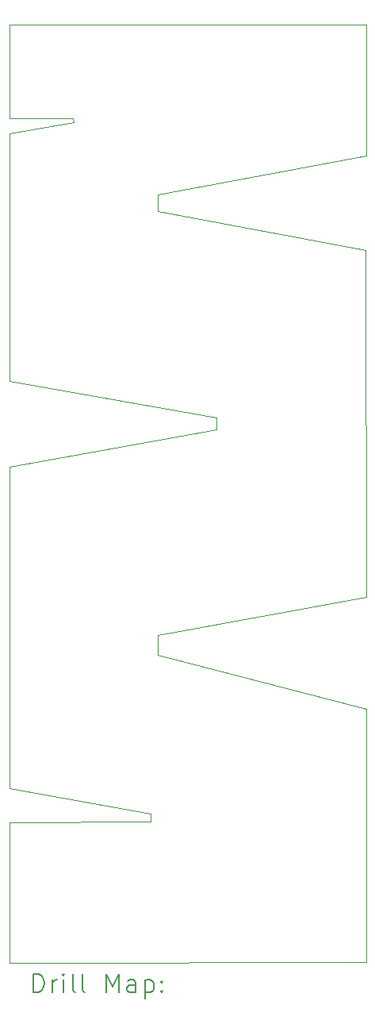
<source format=gbr>
%TF.GenerationSoftware,KiCad,Pcbnew,9.0.6*%
%TF.CreationDate,2025-12-26T03:05:54+01:00*%
%TF.ProjectId,secondary_mmc,7365636f-6e64-4617-9279-5f6d6d632e6b,rev?*%
%TF.SameCoordinates,Original*%
%TF.FileFunction,Drillmap*%
%TF.FilePolarity,Positive*%
%FSLAX45Y45*%
G04 Gerber Fmt 4.5, Leading zero omitted, Abs format (unit mm)*
G04 Created by KiCad (PCBNEW 9.0.6) date 2025-12-26 03:05:54*
%MOMM*%
%LPD*%
G01*
G04 APERTURE LIST*
%ADD10C,0.100000*%
%ADD11C,0.200000*%
G04 APERTURE END LIST*
D10*
X5000000Y-2600996D02*
X2777725Y-3010996D01*
X2778015Y-3190000D01*
X4998720Y-3601720D01*
X5000000Y-7300996D01*
X2778760Y-7710405D01*
X2778760Y-7925796D01*
X5000000Y-8500996D01*
X5000000Y-11200996D01*
X1192380Y-11206076D01*
X1192380Y-9706076D01*
X2700002Y-9702261D01*
X2700020Y-9612356D01*
X1192380Y-9343116D01*
X1193800Y-5918200D01*
X3406140Y-5515336D01*
X3406140Y-5389794D01*
X1192380Y-5000000D01*
X1192380Y-2360996D01*
X1876541Y-2240389D01*
X1875000Y-2200996D01*
X1192380Y-2200996D01*
X1192380Y-1200996D01*
X5000000Y-1200996D01*
X5000000Y-2600996D01*
D11*
X1448157Y-11522560D02*
X1448157Y-11322560D01*
X1448157Y-11322560D02*
X1495776Y-11322560D01*
X1495776Y-11322560D02*
X1524347Y-11332083D01*
X1524347Y-11332083D02*
X1543395Y-11351131D01*
X1543395Y-11351131D02*
X1552919Y-11370179D01*
X1552919Y-11370179D02*
X1562442Y-11408274D01*
X1562442Y-11408274D02*
X1562442Y-11436845D01*
X1562442Y-11436845D02*
X1552919Y-11474941D01*
X1552919Y-11474941D02*
X1543395Y-11493988D01*
X1543395Y-11493988D02*
X1524347Y-11513036D01*
X1524347Y-11513036D02*
X1495776Y-11522560D01*
X1495776Y-11522560D02*
X1448157Y-11522560D01*
X1648157Y-11522560D02*
X1648157Y-11389226D01*
X1648157Y-11427322D02*
X1657681Y-11408274D01*
X1657681Y-11408274D02*
X1667204Y-11398750D01*
X1667204Y-11398750D02*
X1686252Y-11389226D01*
X1686252Y-11389226D02*
X1705300Y-11389226D01*
X1771966Y-11522560D02*
X1771966Y-11389226D01*
X1771966Y-11322560D02*
X1762442Y-11332083D01*
X1762442Y-11332083D02*
X1771966Y-11341607D01*
X1771966Y-11341607D02*
X1781490Y-11332083D01*
X1781490Y-11332083D02*
X1771966Y-11322560D01*
X1771966Y-11322560D02*
X1771966Y-11341607D01*
X1895776Y-11522560D02*
X1876728Y-11513036D01*
X1876728Y-11513036D02*
X1867204Y-11493988D01*
X1867204Y-11493988D02*
X1867204Y-11322560D01*
X2000538Y-11522560D02*
X1981490Y-11513036D01*
X1981490Y-11513036D02*
X1971966Y-11493988D01*
X1971966Y-11493988D02*
X1971966Y-11322560D01*
X2229109Y-11522560D02*
X2229109Y-11322560D01*
X2229109Y-11322560D02*
X2295776Y-11465417D01*
X2295776Y-11465417D02*
X2362443Y-11322560D01*
X2362443Y-11322560D02*
X2362443Y-11522560D01*
X2543395Y-11522560D02*
X2543395Y-11417798D01*
X2543395Y-11417798D02*
X2533871Y-11398750D01*
X2533871Y-11398750D02*
X2514824Y-11389226D01*
X2514824Y-11389226D02*
X2476728Y-11389226D01*
X2476728Y-11389226D02*
X2457681Y-11398750D01*
X2543395Y-11513036D02*
X2524347Y-11522560D01*
X2524347Y-11522560D02*
X2476728Y-11522560D01*
X2476728Y-11522560D02*
X2457681Y-11513036D01*
X2457681Y-11513036D02*
X2448157Y-11493988D01*
X2448157Y-11493988D02*
X2448157Y-11474941D01*
X2448157Y-11474941D02*
X2457681Y-11455893D01*
X2457681Y-11455893D02*
X2476728Y-11446369D01*
X2476728Y-11446369D02*
X2524347Y-11446369D01*
X2524347Y-11446369D02*
X2543395Y-11436845D01*
X2638633Y-11389226D02*
X2638633Y-11589226D01*
X2638633Y-11398750D02*
X2657681Y-11389226D01*
X2657681Y-11389226D02*
X2695776Y-11389226D01*
X2695776Y-11389226D02*
X2714824Y-11398750D01*
X2714824Y-11398750D02*
X2724347Y-11408274D01*
X2724347Y-11408274D02*
X2733871Y-11427322D01*
X2733871Y-11427322D02*
X2733871Y-11484464D01*
X2733871Y-11484464D02*
X2724347Y-11503512D01*
X2724347Y-11503512D02*
X2714824Y-11513036D01*
X2714824Y-11513036D02*
X2695776Y-11522560D01*
X2695776Y-11522560D02*
X2657681Y-11522560D01*
X2657681Y-11522560D02*
X2638633Y-11513036D01*
X2819585Y-11503512D02*
X2829109Y-11513036D01*
X2829109Y-11513036D02*
X2819585Y-11522560D01*
X2819585Y-11522560D02*
X2810062Y-11513036D01*
X2810062Y-11513036D02*
X2819585Y-11503512D01*
X2819585Y-11503512D02*
X2819585Y-11522560D01*
X2819585Y-11398750D02*
X2829109Y-11408274D01*
X2829109Y-11408274D02*
X2819585Y-11417798D01*
X2819585Y-11417798D02*
X2810062Y-11408274D01*
X2810062Y-11408274D02*
X2819585Y-11398750D01*
X2819585Y-11398750D02*
X2819585Y-11417798D01*
M02*

</source>
